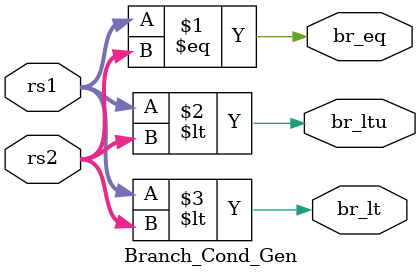
<source format=sv>
`timescale 1ns / 1ps


module Branch_Cond_Gen(
    input [31:0] rs1,
    input [31:0] rs2,
    output logic br_eq,
    output logic br_ltu,
    output logic br_lt
    );
 
    assign br_eq =(rs1==rs2);                       //Equals Branch
    assign br_ltu = (rs1 < rs2);                    //Less Than Unsigned Branch
    assign br_lt = ($signed(rs1) < $signed(rs2));   //Less Than Signed Branch
endmodule

</source>
